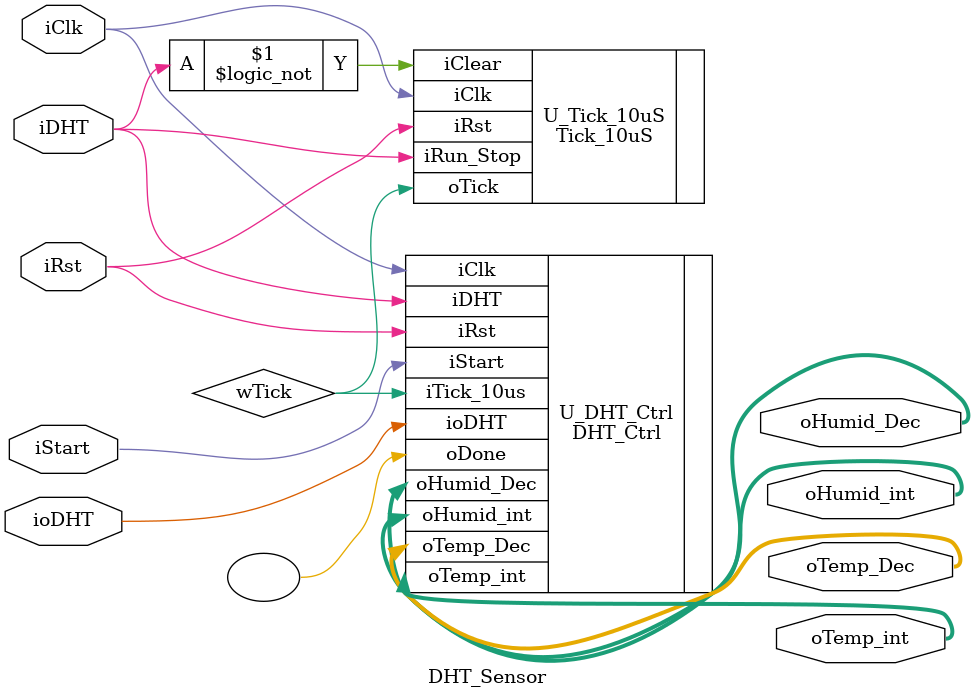
<source format=v>
`timescale 1ns / 1ps

module DHT_Sensor(
    // Clock & Reset
    input           iClk,
    input           iRst,

    input           iDHT,
    input           iStart,
    inout           ioDHT,

    output  [7:0]   oHumid_int,
    output  [7:0]   oHumid_Dec,
    output  [7:0]   oTemp_int,
    output  [7:0]   oTemp_Dec
);


    /***********************************************
    // Reg & Wire
    ***********************************************/
    wire            wTick;

    /***********************************************
    // Instantiation
    ***********************************************/
    Tick_10uS   U_Tick_10uS (
        .iClk       (iClk),
        .iRst       (iRst),
        .iRun_Stop  (iDHT),
        .iClear     (!iDHT),
        .oTick      (wTick)
    );

    DHT_Ctrl    U_DHT_Ctrl  (
        .iClk       (iClk),
        .iRst       (iRst),
        .iDHT       (iDHT),
        .iStart     (iStart),
        .ioDHT      (ioDHT),
        .iTick_10us (wTick),
        .oHumid_int (oHumid_int),
        .oHumid_Dec (oHumid_Dec),
        .oTemp_int  (oTemp_int),
        .oTemp_Dec  (oTemp_Dec),
        .oDone      ()
    );
endmodule
</source>
